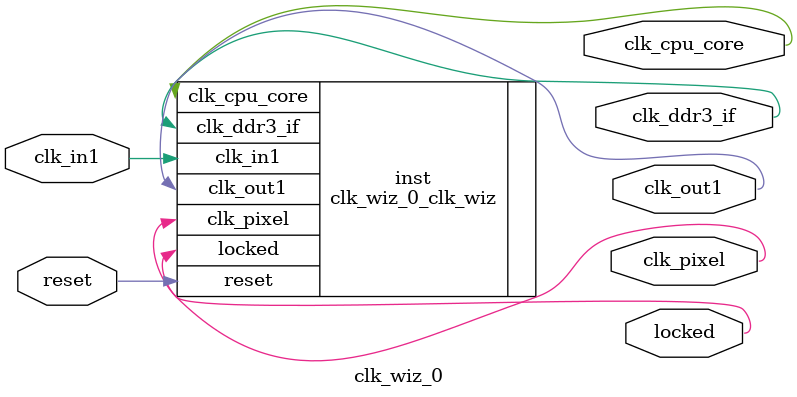
<source format=v>


`timescale 1ps/1ps

(* CORE_GENERATION_INFO = "clk_wiz_0,clk_wiz_v6_0_0_0,{component_name=clk_wiz_0,use_phase_alignment=true,use_min_o_jitter=false,use_max_i_jitter=false,use_dyn_phase_shift=false,use_inclk_switchover=false,use_dyn_reconfig=false,enable_axi=0,feedback_source=FDBK_AUTO,PRIMITIVE=MMCM,num_out_clk=4,clkin1_period=10.000,clkin2_period=10.000,use_power_down=false,use_reset=true,use_locked=true,use_inclk_stopped=false,feedback_type=SINGLE,CLOCK_MGR_TYPE=NA,manual_override=false}" *)

module clk_wiz_0 
 (
  // Clock out ports
  output        clk_out1,
  output        clk_cpu_core,
  output        clk_ddr3_if,
  output        clk_pixel,
  // Status and control signals
  input         reset,
  output        locked,
 // Clock in ports
  input         clk_in1
 );

  clk_wiz_0_clk_wiz inst
  (
  // Clock out ports  
  .clk_out1(clk_out1),
  .clk_cpu_core(clk_cpu_core),
  .clk_ddr3_if(clk_ddr3_if),
  .clk_pixel(clk_pixel),
  // Status and control signals               
  .reset(reset), 
  .locked(locked),
 // Clock in ports
  .clk_in1(clk_in1)
  );

endmodule

</source>
